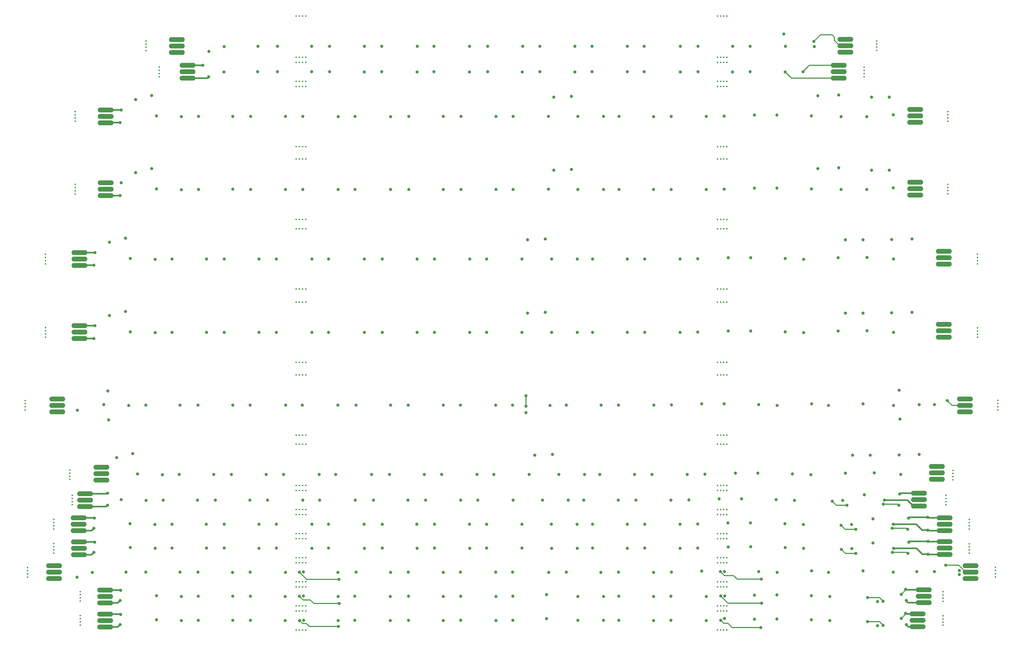
<source format=gbr>
G04 #@! TF.GenerationSoftware,KiCad,Pcbnew,(5.0.0-3-g5ebb6b6)*
G04 #@! TF.CreationDate,2019-02-22T00:56:02-08:00*
G04 #@! TF.ProjectId,Panel,50616E656C2E6B696361645F70636200,rev?*
G04 #@! TF.SameCoordinates,Original*
G04 #@! TF.FileFunction,Copper,L4,Bot,Signal*
G04 #@! TF.FilePolarity,Positive*
%FSLAX45Y45*%
G04 Gerber Fmt 4.5, Leading zero omitted, Abs format (unit mm)*
G04 Created by KiCad (PCBNEW (5.0.0-3-g5ebb6b6)) date Friday, February 22, 2019 at 12:56:02 AM*
%MOMM*%
%LPD*%
G01*
G04 APERTURE LIST*
G04 #@! TA.AperFunction,ComponentPad*
%ADD10C,0.500000*%
G04 #@! TD*
G04 #@! TA.AperFunction,ComponentPad*
%ADD11O,5.080000X1.524000*%
G04 #@! TD*
G04 #@! TA.AperFunction,ViaPad*
%ADD12C,1.000000*%
G04 #@! TD*
G04 #@! TA.AperFunction,Conductor*
%ADD13C,0.500000*%
G04 #@! TD*
G04 #@! TA.AperFunction,Conductor*
%ADD14C,0.300000*%
G04 #@! TD*
G04 APERTURE END LIST*
D10*
G04 #@! TO.P,REF\002A\002A,*
G04 #@! TO.N,*
X7995000Y-5490000D03*
X7995000Y-5390000D03*
X7995000Y-5190000D03*
X7995000Y-5290000D03*
G04 #@! TD*
G04 #@! TO.P,REF\002A\002A,*
G04 #@! TO.N,*
X32895000Y-18835000D03*
X32895000Y-18735000D03*
X32895000Y-18935000D03*
X32895000Y-19035000D03*
G04 #@! TD*
G04 #@! TO.P,REF\002A\002A,*
G04 #@! TO.N,*
X7585000Y-4460000D03*
X7585000Y-4360000D03*
X7585000Y-4560000D03*
X7585000Y-4660000D03*
G04 #@! TD*
G04 #@! TO.P,REF\002A\002A,*
G04 #@! TO.N,*
X5335000Y-6695000D03*
X5335000Y-6595000D03*
X5335000Y-6795000D03*
X5335000Y-6895000D03*
G04 #@! TD*
G04 #@! TO.P,REF\002A\002A,*
G04 #@! TO.N,*
X5335000Y-9000000D03*
X5335000Y-8900000D03*
X5335000Y-9100000D03*
X5335000Y-9200000D03*
G04 #@! TD*
G04 #@! TO.P,REF\002A\002A,*
G04 #@! TO.N,*
X4400000Y-11210000D03*
X4400000Y-11110000D03*
X4400000Y-11310000D03*
X4400000Y-11410000D03*
G04 #@! TD*
G04 #@! TO.P,REF\002A\002A,*
G04 #@! TO.N,*
X4400000Y-13530000D03*
X4400000Y-13430000D03*
X4400000Y-13630000D03*
X4400000Y-13730000D03*
G04 #@! TD*
G04 #@! TO.P,REF\002A\002A,*
G04 #@! TO.N,*
X3755000Y-15835000D03*
X3755000Y-15735000D03*
X3755000Y-15935000D03*
X3755000Y-16035000D03*
G04 #@! TD*
G04 #@! TO.P,REF\002A\002A,*
G04 #@! TO.N,*
X5165000Y-18030000D03*
X5165000Y-17930000D03*
X5165000Y-18130000D03*
X5165000Y-18230000D03*
G04 #@! TD*
G04 #@! TO.P,REF\002A\002A,*
G04 #@! TO.N,*
X5245000Y-18835000D03*
X5245000Y-18735000D03*
X5245000Y-18935000D03*
X5245000Y-19035000D03*
G04 #@! TD*
G04 #@! TO.P,REF\002A\002A,*
G04 #@! TO.N,*
X4665000Y-19600000D03*
X4665000Y-19500000D03*
X4665000Y-19700000D03*
X4665000Y-19800000D03*
G04 #@! TD*
G04 #@! TO.P,REF\002A\002A,*
G04 #@! TO.N,*
X4665000Y-20360000D03*
X4665000Y-20260000D03*
X4665000Y-20460000D03*
X4665000Y-20560000D03*
G04 #@! TD*
G04 #@! TO.P,REF\002A\002A,*
G04 #@! TO.N,*
X3830000Y-21125000D03*
X3830000Y-21025000D03*
X3830000Y-21225000D03*
X3830000Y-21325000D03*
G04 #@! TD*
G04 #@! TO.P,REF\002A\002A,*
G04 #@! TO.N,*
X5500000Y-21880000D03*
X5500000Y-21780000D03*
X5500000Y-21980000D03*
X5500000Y-22080000D03*
G04 #@! TD*
G04 #@! TO.P,REF\002A\002A,*
G04 #@! TO.N,*
X5500000Y-22640000D03*
X5500000Y-22540000D03*
X5500000Y-22740000D03*
X5500000Y-22840000D03*
G04 #@! TD*
G04 #@! TO.P,REF\002A\002A,*
G04 #@! TO.N,*
X32800000Y-22645000D03*
X32800000Y-22545000D03*
X32800000Y-22745000D03*
X32800000Y-22845000D03*
G04 #@! TD*
G04 #@! TO.P,REF\002A\002A,*
G04 #@! TO.N,*
X32800000Y-21885000D03*
X32800000Y-21785000D03*
X32800000Y-21985000D03*
X32800000Y-22085000D03*
G04 #@! TD*
G04 #@! TO.P,REF\002A\002A,*
G04 #@! TO.N,*
X34465000Y-21115000D03*
X34465000Y-21015000D03*
X34465000Y-21215000D03*
X34465000Y-21315000D03*
G04 #@! TD*
G04 #@! TO.P,REF\002A\002A,*
G04 #@! TO.N,*
X33635000Y-20365000D03*
X33635000Y-20265000D03*
X33635000Y-20465000D03*
X33635000Y-20565000D03*
G04 #@! TD*
G04 #@! TO.P,REF\002A\002A,*
G04 #@! TO.N,*
X33635000Y-19600000D03*
X33635000Y-19500000D03*
X33635000Y-19700000D03*
X33635000Y-19800000D03*
G04 #@! TD*
G04 #@! TO.P,REF\002A\002A,*
G04 #@! TO.N,*
X33120000Y-18045000D03*
X33120000Y-17945000D03*
X33120000Y-18145000D03*
X33120000Y-18245000D03*
G04 #@! TD*
G04 #@! TO.P,REF\002A\002A,*
G04 #@! TO.N,*
X34540000Y-15830000D03*
X34540000Y-15730000D03*
X34540000Y-15930000D03*
X34540000Y-16030000D03*
G04 #@! TD*
G04 #@! TO.P,REF\002A\002A,*
G04 #@! TO.N,*
X33900000Y-13535000D03*
X33900000Y-13435000D03*
X33900000Y-13635000D03*
X33900000Y-13735000D03*
G04 #@! TD*
G04 #@! TO.P,REF\002A\002A,*
G04 #@! TO.N,*
X33900000Y-11210000D03*
X33900000Y-11110000D03*
X33900000Y-11310000D03*
X33900000Y-11410000D03*
G04 #@! TD*
G04 #@! TO.P,REF\002A\002A,*
G04 #@! TO.N,*
X32960000Y-8995000D03*
X32960000Y-8895000D03*
X32960000Y-9095000D03*
X32960000Y-9195000D03*
G04 #@! TD*
G04 #@! TO.P,REF\002A\002A,*
G04 #@! TO.N,*
X32960000Y-6695000D03*
X32960000Y-6595000D03*
X32960000Y-6795000D03*
X32960000Y-6895000D03*
G04 #@! TD*
G04 #@! TO.P,REF\002A\002A,*
G04 #@! TO.N,*
X30305000Y-5290000D03*
X30305000Y-5190000D03*
X30305000Y-5390000D03*
X30305000Y-5490000D03*
G04 #@! TD*
G04 #@! TO.P,REF\002A\002A,*
G04 #@! TO.N,*
X30705000Y-4455000D03*
X30705000Y-4355000D03*
X30705000Y-4555000D03*
X30705000Y-4655000D03*
G04 #@! TD*
G04 #@! TO.P,REF\002A\002A,*
G04 #@! TO.N,*
X25865000Y-22990000D03*
X25965000Y-22990000D03*
X25765000Y-22990000D03*
X25665000Y-22990000D03*
G04 #@! TD*
G04 #@! TO.P,REF\002A\002A,*
G04 #@! TO.N,*
X12535000Y-22990000D03*
X12635000Y-22990000D03*
X12435000Y-22990000D03*
X12335000Y-22990000D03*
G04 #@! TD*
G04 #@! TO.P,REF\002A\002A,*
G04 #@! TO.N,*
X25865000Y-22390000D03*
X25965000Y-22390000D03*
X25765000Y-22390000D03*
X25665000Y-22390000D03*
G04 #@! TD*
G04 #@! TO.P,REF\002A\002A,*
G04 #@! TO.N,*
X12535000Y-22390000D03*
X12635000Y-22390000D03*
X12435000Y-22390000D03*
X12335000Y-22390000D03*
G04 #@! TD*
G04 #@! TO.P,REF\002A\002A,*
G04 #@! TO.N,*
X25865000Y-22230000D03*
X25965000Y-22230000D03*
X25765000Y-22230000D03*
X25665000Y-22230000D03*
G04 #@! TD*
G04 #@! TO.P,REF\002A\002A,*
G04 #@! TO.N,*
X12535000Y-22230000D03*
X12635000Y-22230000D03*
X12435000Y-22230000D03*
X12335000Y-22230000D03*
G04 #@! TD*
G04 #@! TO.P,REF\002A\002A,*
G04 #@! TO.N,*
X25865000Y-21630000D03*
X25965000Y-21630000D03*
X25765000Y-21630000D03*
X25665000Y-21630000D03*
G04 #@! TD*
G04 #@! TO.P,REF\002A\002A,*
G04 #@! TO.N,*
X12535000Y-21630000D03*
X12635000Y-21630000D03*
X12435000Y-21630000D03*
X12335000Y-21630000D03*
G04 #@! TD*
G04 #@! TO.P,REF\002A\002A,*
G04 #@! TO.N,*
X25865000Y-21470000D03*
X25965000Y-21470000D03*
X25765000Y-21470000D03*
X25665000Y-21470000D03*
G04 #@! TD*
G04 #@! TO.P,REF\002A\002A,*
G04 #@! TO.N,*
X12535000Y-21470000D03*
X12635000Y-21470000D03*
X12435000Y-21470000D03*
X12335000Y-21470000D03*
G04 #@! TD*
G04 #@! TO.P,REF\002A\002A,*
G04 #@! TO.N,*
X12535000Y-20865000D03*
X12635000Y-20865000D03*
X12435000Y-20865000D03*
X12335000Y-20865000D03*
G04 #@! TD*
G04 #@! TO.P,REF\002A\002A,*
G04 #@! TO.N,*
X25865000Y-20865000D03*
X25965000Y-20865000D03*
X25765000Y-20865000D03*
X25665000Y-20865000D03*
G04 #@! TD*
G04 #@! TO.P,REF\002A\002A,*
G04 #@! TO.N,*
X12535000Y-20710000D03*
X12635000Y-20710000D03*
X12435000Y-20710000D03*
X12335000Y-20710000D03*
G04 #@! TD*
G04 #@! TO.P,REF\002A\002A,*
G04 #@! TO.N,*
X25865000Y-20710000D03*
X25965000Y-20710000D03*
X25765000Y-20710000D03*
X25665000Y-20710000D03*
G04 #@! TD*
G04 #@! TO.P,REF\002A\002A,*
G04 #@! TO.N,*
X12535000Y-20110000D03*
X12635000Y-20110000D03*
X12435000Y-20110000D03*
X12335000Y-20110000D03*
G04 #@! TD*
G04 #@! TO.P,REF\002A\002A,*
G04 #@! TO.N,*
X25865000Y-20110000D03*
X25965000Y-20110000D03*
X25765000Y-20110000D03*
X25665000Y-20110000D03*
G04 #@! TD*
G04 #@! TO.P,REF\002A\002A,*
G04 #@! TO.N,*
X12535000Y-19945000D03*
X12635000Y-19945000D03*
X12435000Y-19945000D03*
X12335000Y-19945000D03*
G04 #@! TD*
G04 #@! TO.P,REF\002A\002A,*
G04 #@! TO.N,*
X25865000Y-19945000D03*
X25965000Y-19945000D03*
X25765000Y-19945000D03*
X25665000Y-19945000D03*
G04 #@! TD*
G04 #@! TO.P,REF\002A\002A,*
G04 #@! TO.N,*
X12535000Y-19345000D03*
X12635000Y-19345000D03*
X12435000Y-19345000D03*
X12335000Y-19345000D03*
G04 #@! TD*
G04 #@! TO.P,REF\002A\002A,*
G04 #@! TO.N,*
X25865000Y-19345000D03*
X25965000Y-19345000D03*
X25765000Y-19345000D03*
X25665000Y-19345000D03*
G04 #@! TD*
G04 #@! TO.P,REF\002A\002A,*
G04 #@! TO.N,*
X12535000Y-19185000D03*
X12635000Y-19185000D03*
X12435000Y-19185000D03*
X12335000Y-19185000D03*
G04 #@! TD*
G04 #@! TO.P,REF\002A\002A,*
G04 #@! TO.N,*
X25865000Y-19185000D03*
X25965000Y-19185000D03*
X25765000Y-19185000D03*
X25665000Y-19185000D03*
G04 #@! TD*
G04 #@! TO.P,REF\002A\002A,*
G04 #@! TO.N,*
X12535000Y-18585000D03*
X12635000Y-18585000D03*
X12435000Y-18585000D03*
X12335000Y-18585000D03*
G04 #@! TD*
G04 #@! TO.P,REF\002A\002A,*
G04 #@! TO.N,*
X25865000Y-18585000D03*
X25965000Y-18585000D03*
X25765000Y-18585000D03*
X25665000Y-18585000D03*
G04 #@! TD*
G04 #@! TO.P,REF\002A\002A,*
G04 #@! TO.N,*
X12535000Y-18425000D03*
X12635000Y-18425000D03*
X12435000Y-18425000D03*
X12335000Y-18425000D03*
G04 #@! TD*
G04 #@! TO.P,REF\002A\002A,*
G04 #@! TO.N,*
X25865000Y-18425000D03*
X25965000Y-18425000D03*
X25765000Y-18425000D03*
X25665000Y-18425000D03*
G04 #@! TD*
G04 #@! TO.P,REF\002A\002A,*
G04 #@! TO.N,*
X12535000Y-17120000D03*
X12635000Y-17120000D03*
X12435000Y-17120000D03*
X12335000Y-17120000D03*
G04 #@! TD*
G04 #@! TO.P,REF\002A\002A,*
G04 #@! TO.N,*
X25865000Y-17120000D03*
X25965000Y-17120000D03*
X25765000Y-17120000D03*
X25665000Y-17120000D03*
G04 #@! TD*
G04 #@! TO.P,REF\002A\002A,*
G04 #@! TO.N,*
X12535000Y-16830000D03*
X12635000Y-16830000D03*
X12435000Y-16830000D03*
X12335000Y-16830000D03*
G04 #@! TD*
G04 #@! TO.P,REF\002A\002A,*
G04 #@! TO.N,*
X25865000Y-16830000D03*
X25965000Y-16830000D03*
X25765000Y-16830000D03*
X25665000Y-16830000D03*
G04 #@! TD*
G04 #@! TO.P,REF\002A\002A,*
G04 #@! TO.N,*
X25865000Y-14925000D03*
X25965000Y-14925000D03*
X25765000Y-14925000D03*
X25665000Y-14925000D03*
G04 #@! TD*
G04 #@! TO.P,REF\002A\002A,*
G04 #@! TO.N,*
X12535000Y-14925000D03*
X12635000Y-14925000D03*
X12435000Y-14925000D03*
X12335000Y-14925000D03*
G04 #@! TD*
G04 #@! TO.P,REF\002A\002A,*
G04 #@! TO.N,*
X12535000Y-14530000D03*
X12635000Y-14530000D03*
X12435000Y-14530000D03*
X12335000Y-14530000D03*
G04 #@! TD*
G04 #@! TO.P,REF\002A\002A,*
G04 #@! TO.N,*
X25865000Y-14530000D03*
X25965000Y-14530000D03*
X25765000Y-14530000D03*
X25665000Y-14530000D03*
G04 #@! TD*
G04 #@! TO.P,REF\002A\002A,*
G04 #@! TO.N,*
X12535000Y-12625000D03*
X12635000Y-12625000D03*
X12435000Y-12625000D03*
X12335000Y-12625000D03*
G04 #@! TD*
G04 #@! TO.P,REF\002A\002A,*
G04 #@! TO.N,*
X25865000Y-12625000D03*
X25965000Y-12625000D03*
X25765000Y-12625000D03*
X25665000Y-12625000D03*
G04 #@! TD*
G04 #@! TO.P,REF\002A\002A,*
G04 #@! TO.N,*
X12535000Y-12205000D03*
X12635000Y-12205000D03*
X12435000Y-12205000D03*
X12335000Y-12205000D03*
G04 #@! TD*
G04 #@! TO.P,REF\002A\002A,*
G04 #@! TO.N,*
X25865000Y-12205000D03*
X25965000Y-12205000D03*
X25765000Y-12205000D03*
X25665000Y-12205000D03*
G04 #@! TD*
G04 #@! TO.P,REF\002A\002A,*
G04 #@! TO.N,*
X12535000Y-10300000D03*
X12635000Y-10300000D03*
X12435000Y-10300000D03*
X12335000Y-10300000D03*
G04 #@! TD*
G04 #@! TO.P,REF\002A\002A,*
G04 #@! TO.N,*
X25865000Y-10300000D03*
X25965000Y-10300000D03*
X25765000Y-10300000D03*
X25665000Y-10300000D03*
G04 #@! TD*
G04 #@! TO.P,REF\002A\002A,*
G04 #@! TO.N,*
X12535000Y-10005000D03*
X12635000Y-10005000D03*
X12435000Y-10005000D03*
X12335000Y-10005000D03*
G04 #@! TD*
G04 #@! TO.P,REF\002A\002A,*
G04 #@! TO.N,*
X25865000Y-10005000D03*
X25965000Y-10005000D03*
X25765000Y-10005000D03*
X25665000Y-10005000D03*
G04 #@! TD*
G04 #@! TO.P,REF\002A\002A,*
G04 #@! TO.N,*
X12535000Y-8095000D03*
X12635000Y-8095000D03*
X12435000Y-8095000D03*
X12335000Y-8095000D03*
G04 #@! TD*
G04 #@! TO.P,REF\002A\002A,*
G04 #@! TO.N,*
X25865000Y-8095000D03*
X25965000Y-8095000D03*
X25765000Y-8095000D03*
X25665000Y-8095000D03*
G04 #@! TD*
G04 #@! TO.P,REF\002A\002A,*
G04 #@! TO.N,*
X12535000Y-7700000D03*
X12635000Y-7700000D03*
X12435000Y-7700000D03*
X12335000Y-7700000D03*
G04 #@! TD*
G04 #@! TO.P,REF\002A\002A,*
G04 #@! TO.N,*
X25865000Y-7700000D03*
X25965000Y-7700000D03*
X25765000Y-7700000D03*
X25665000Y-7700000D03*
G04 #@! TD*
G04 #@! TO.P,REF\002A\002A,*
G04 #@! TO.N,*
X12535000Y-5795000D03*
X12635000Y-5795000D03*
X12435000Y-5795000D03*
X12335000Y-5795000D03*
G04 #@! TD*
G04 #@! TO.P,REF\002A\002A,*
G04 #@! TO.N,*
X25865000Y-5795000D03*
X25965000Y-5795000D03*
X25765000Y-5795000D03*
X25665000Y-5795000D03*
G04 #@! TD*
G04 #@! TO.P,REF\002A\002A,*
G04 #@! TO.N,*
X12535000Y-5640000D03*
X12635000Y-5640000D03*
X12435000Y-5640000D03*
X12335000Y-5640000D03*
G04 #@! TD*
G04 #@! TO.P,REF\002A\002A,*
G04 #@! TO.N,*
X25865000Y-5640000D03*
X25965000Y-5640000D03*
X25765000Y-5640000D03*
X25665000Y-5640000D03*
G04 #@! TD*
G04 #@! TO.P,REF\002A\002A,*
G04 #@! TO.N,*
X12535000Y-5035000D03*
X12635000Y-5035000D03*
X12435000Y-5035000D03*
X12335000Y-5035000D03*
G04 #@! TD*
G04 #@! TO.P,REF\002A\002A,*
G04 #@! TO.N,*
X25865000Y-5035000D03*
X25965000Y-5035000D03*
X25765000Y-5035000D03*
X25665000Y-5035000D03*
G04 #@! TD*
G04 #@! TO.P,REF\002A\002A,*
G04 #@! TO.N,*
X12535000Y-4875000D03*
X12635000Y-4875000D03*
X12435000Y-4875000D03*
X12335000Y-4875000D03*
G04 #@! TD*
G04 #@! TO.P,REF\002A\002A,*
G04 #@! TO.N,*
X25865000Y-4875000D03*
X25965000Y-4875000D03*
X25765000Y-4875000D03*
X25665000Y-4875000D03*
G04 #@! TD*
G04 #@! TO.P,REF\002A\002A,*
G04 #@! TO.N,*
X25865000Y-3570000D03*
X25965000Y-3570000D03*
X25765000Y-3570000D03*
X25665000Y-3570000D03*
G04 #@! TD*
G04 #@! TO.P,REF\002A\002A,*
G04 #@! TO.N,*
X12535000Y-3570000D03*
X12635000Y-3570000D03*
X12435000Y-3570000D03*
X12335000Y-3570000D03*
G04 #@! TD*
D11*
G04 #@! TO.P,J1,3*
G04 #@! TO.N,GND*
X4669200Y-21370100D03*
G04 #@! TO.P,J1,2*
G04 #@! TO.N,Net-(D1-Pad4)*
X4669200Y-21166900D03*
G04 #@! TO.P,J1,1*
G04 #@! TO.N,+5V*
X4669200Y-20963700D03*
G04 #@! TD*
G04 #@! TO.P,J2,3*
G04 #@! TO.N,GND*
X33676000Y-21370100D03*
G04 #@! TO.P,J2,2*
G04 #@! TO.N,Net-(D17-Pad3)*
X33676000Y-21166900D03*
G04 #@! TO.P,J2,1*
G04 #@! TO.N,+5V*
X33676000Y-20963700D03*
G04 #@! TD*
G04 #@! TO.P,J2,1*
G04 #@! TO.N,+5V*
X31924844Y-8832348D03*
G04 #@! TO.P,J2,2*
G04 #@! TO.N,Net-(D15-Pad3)*
X31924844Y-9035548D03*
G04 #@! TO.P,J2,3*
G04 #@! TO.N,GND*
X31924844Y-9238748D03*
G04 #@! TD*
G04 #@! TO.P,J1,1*
G04 #@! TO.N,+5V*
X6307420Y-8847588D03*
G04 #@! TO.P,J1,2*
G04 #@! TO.N,Net-(D1-Pad4)*
X6307420Y-9050788D03*
G04 #@! TO.P,J1,3*
G04 #@! TO.N,GND*
X6307420Y-9253988D03*
G04 #@! TD*
G04 #@! TO.P,J2,1*
G04 #@! TO.N,+5V*
X32829350Y-13327250D03*
G04 #@! TO.P,J2,2*
G04 #@! TO.N,Net-(D16-Pad3)*
X32829350Y-13530450D03*
G04 #@! TO.P,J2,3*
G04 #@! TO.N,GND*
X32829350Y-13733650D03*
G04 #@! TD*
G04 #@! TO.P,J1,1*
G04 #@! TO.N,+5V*
X5474820Y-13370176D03*
G04 #@! TO.P,J1,2*
G04 #@! TO.N,Net-(D1-Pad4)*
X5474820Y-13573376D03*
G04 #@! TO.P,J1,3*
G04 #@! TO.N,GND*
X5474820Y-13776576D03*
G04 #@! TD*
G04 #@! TO.P,J2,1*
G04 #@! TO.N,+5V*
X32858814Y-20203088D03*
G04 #@! TO.P,J2,2*
G04 #@! TO.N,Net-(D16-Pad3)*
X32858814Y-20406288D03*
G04 #@! TO.P,J2,3*
G04 #@! TO.N,GND*
X32858814Y-20609488D03*
G04 #@! TD*
G04 #@! TO.P,J1,1*
G04 #@! TO.N,+5V*
X5453992Y-20207152D03*
G04 #@! TO.P,J1,2*
G04 #@! TO.N,Net-(D1-Pad4)*
X5453992Y-20410352D03*
G04 #@! TO.P,J1,3*
G04 #@! TO.N,GND*
X5453992Y-20613552D03*
G04 #@! TD*
G04 #@! TO.P,J2,1*
G04 #@! TO.N,+5V*
X31998206Y-22486154D03*
G04 #@! TO.P,J2,2*
G04 #@! TO.N,Net-(D15-Pad3)*
X31998206Y-22689354D03*
G04 #@! TO.P,J2,3*
G04 #@! TO.N,GND*
X31998206Y-22892554D03*
G04 #@! TD*
G04 #@! TO.P,J1,1*
G04 #@! TO.N,+5V*
X6282992Y-22493012D03*
G04 #@! TO.P,J1,2*
G04 #@! TO.N,Net-(D1-Pad4)*
X6282992Y-22696212D03*
G04 #@! TO.P,J1,3*
G04 #@! TO.N,GND*
X6282992Y-22899412D03*
G04 #@! TD*
G04 #@! TO.P,J2,3*
G04 #@! TO.N,GND*
X31924744Y-6931648D03*
G04 #@! TO.P,J2,2*
G04 #@! TO.N,Net-(D15-Pad3)*
X31924744Y-6728448D03*
G04 #@! TO.P,J2,1*
G04 #@! TO.N,+5V*
X31924744Y-6525248D03*
G04 #@! TD*
G04 #@! TO.P,J1,3*
G04 #@! TO.N,GND*
X6282992Y-22137512D03*
G04 #@! TO.P,J1,2*
G04 #@! TO.N,Net-(D1-Pad4)*
X6282992Y-21934312D03*
G04 #@! TO.P,J1,1*
G04 #@! TO.N,+5V*
X6282992Y-21731112D03*
G04 #@! TD*
G04 #@! TO.P,J2,3*
G04 #@! TO.N,GND*
X32198206Y-22130654D03*
G04 #@! TO.P,J2,2*
G04 #@! TO.N,Net-(D15-Pad3)*
X32198206Y-21927454D03*
G04 #@! TO.P,J2,1*
G04 #@! TO.N,+5V*
X32198206Y-21724254D03*
G04 #@! TD*
G04 #@! TO.P,J1,3*
G04 #@! TO.N,GND*
X5474820Y-11458876D03*
G04 #@! TO.P,J1,2*
G04 #@! TO.N,Net-(D1-Pad4)*
X5474820Y-11255676D03*
G04 #@! TO.P,J1,1*
G04 #@! TO.N,+5V*
X5474820Y-11052476D03*
G04 #@! TD*
G04 #@! TO.P,J2,3*
G04 #@! TO.N,GND*
X32829350Y-11415950D03*
G04 #@! TO.P,J2,2*
G04 #@! TO.N,Net-(D16-Pad3)*
X32829350Y-11212750D03*
G04 #@! TO.P,J2,1*
G04 #@! TO.N,+5V*
X32829350Y-11009550D03*
G04 #@! TD*
G04 #@! TO.P,J1,3*
G04 #@! TO.N,GND*
X5450492Y-19855052D03*
G04 #@! TO.P,J1,2*
G04 #@! TO.N,Net-(D1-Pad4)*
X5450492Y-19651852D03*
G04 #@! TO.P,J1,1*
G04 #@! TO.N,+5V*
X5450492Y-19448652D03*
G04 #@! TD*
G04 #@! TO.P,J2,3*
G04 #@! TO.N,GND*
X32855314Y-19850988D03*
G04 #@! TO.P,J2,2*
G04 #@! TO.N,Net-(D16-Pad3)*
X32855314Y-19647788D03*
G04 #@! TO.P,J2,1*
G04 #@! TO.N,+5V*
X32855314Y-19444588D03*
G04 #@! TD*
G04 #@! TO.P,J1,3*
G04 #@! TO.N,GND*
X4774400Y-16092700D03*
G04 #@! TO.P,J1,2*
G04 #@! TO.N,Net-(D1-Pad4)*
X4774400Y-15889500D03*
G04 #@! TO.P,J1,1*
G04 #@! TO.N,+5V*
X4774400Y-15686300D03*
G04 #@! TD*
G04 #@! TO.P,J2,3*
G04 #@! TO.N,GND*
X33501800Y-16092700D03*
G04 #@! TO.P,J2,2*
G04 #@! TO.N,Net-(D17-Pad3)*
X33501800Y-15889500D03*
G04 #@! TO.P,J2,1*
G04 #@! TO.N,+5V*
X33501800Y-15686300D03*
G04 #@! TD*
G04 #@! TO.P,J1,3*
G04 #@! TO.N,GND*
X6166600Y-18253200D03*
G04 #@! TO.P,J1,2*
G04 #@! TO.N,Net-(D1-Pad4)*
X6166600Y-18050000D03*
G04 #@! TO.P,J1,1*
G04 #@! TO.N,+5V*
X6166600Y-17846800D03*
G04 #@! TD*
G04 #@! TO.P,J2,3*
G04 #@! TO.N,GND*
X32608000Y-18227800D03*
G04 #@! TO.P,J2,2*
G04 #@! TO.N,Net-(D16-Pad3)*
X32608000Y-18024600D03*
G04 #@! TO.P,J2,1*
G04 #@! TO.N,+5V*
X32608000Y-17821400D03*
G04 #@! TD*
G04 #@! TO.P,J1,3*
G04 #@! TO.N,GND*
X5651854Y-19088678D03*
G04 #@! TO.P,J1,2*
G04 #@! TO.N,Net-(D1-Pad4)*
X5651854Y-18885478D03*
G04 #@! TO.P,J1,1*
G04 #@! TO.N,+5V*
X5651854Y-18682278D03*
G04 #@! TD*
G04 #@! TO.P,J2,3*
G04 #@! TO.N,GND*
X32042200Y-19074200D03*
G04 #@! TO.P,J2,2*
G04 #@! TO.N,Net-(D16-Pad3)*
X32042200Y-18871000D03*
G04 #@! TO.P,J2,1*
G04 #@! TO.N,+5V*
X32042200Y-18667800D03*
G04 #@! TD*
G04 #@! TO.P,J2,3*
G04 #@! TO.N,GND*
X29506040Y-5538240D03*
G04 #@! TO.P,J2,2*
G04 #@! TO.N,Net-(D12-Pad3)*
X29506040Y-5335040D03*
G04 #@! TO.P,J2,1*
G04 #@! TO.N,+5V*
X29506040Y-5131840D03*
G04 #@! TD*
G04 #@! TO.P,J1,3*
G04 #@! TO.N,GND*
X8891400Y-5535440D03*
G04 #@! TO.P,J1,2*
G04 #@! TO.N,Net-(D1-Pad4)*
X8891400Y-5332240D03*
G04 #@! TO.P,J1,1*
G04 #@! TO.N,+5V*
X8891400Y-5129040D03*
G04 #@! TD*
G04 #@! TO.P,J1,3*
G04 #@! TO.N,GND*
X6307320Y-6946888D03*
G04 #@! TO.P,J1,2*
G04 #@! TO.N,Net-(D1-Pad4)*
X6307320Y-6743688D03*
G04 #@! TO.P,J1,1*
G04 #@! TO.N,+5V*
X6307320Y-6540488D03*
G04 #@! TD*
G04 #@! TO.P,J2,3*
G04 #@! TO.N,GND*
X29710260Y-4712362D03*
G04 #@! TO.P,J2,2*
G04 #@! TO.N,Net-(D12-Pad3)*
X29710260Y-4509162D03*
G04 #@! TO.P,J2,1*
G04 #@! TO.N,+5V*
X29710260Y-4305962D03*
G04 #@! TD*
G04 #@! TO.P,J1,3*
G04 #@! TO.N,GND*
X8559360Y-4719862D03*
G04 #@! TO.P,J1,2*
G04 #@! TO.N,Net-(D1-Pad4)*
X8559360Y-4516662D03*
G04 #@! TO.P,J1,1*
G04 #@! TO.N,+5V*
X8559360Y-4313462D03*
G04 #@! TD*
D12*
G04 #@! TO.N,+5V*
X10050660Y-4534562D03*
X11739760Y-4528212D03*
X13390760Y-4528212D03*
X16692760Y-4528212D03*
X15041760Y-4528212D03*
X18394560Y-4528212D03*
X20045560Y-4528212D03*
X23347560Y-4528212D03*
X21696560Y-4528212D03*
X26700360Y-4528212D03*
X25049360Y-4528212D03*
X28732360Y-4534562D03*
X10047100Y-5342400D03*
X13387200Y-5336050D03*
X16689200Y-5336050D03*
X15038200Y-5336050D03*
X18391000Y-5336050D03*
X20042000Y-5336050D03*
X23344000Y-5336050D03*
X21693000Y-5336050D03*
X26696800Y-5336050D03*
X25045800Y-5336050D03*
X28373201Y-5329700D03*
X9374000Y-5129300D03*
X10889480Y-6747244D03*
X14191480Y-6747244D03*
X12540480Y-6747244D03*
X15893280Y-6747244D03*
X17544280Y-6747244D03*
X19195280Y-6747244D03*
X24199080Y-6747244D03*
X22548080Y-6747244D03*
X25875481Y-6740894D03*
X27546800Y-6705334D03*
X9238480Y-6747244D03*
X7912600Y-6730734D03*
X21044654Y-6112752D03*
X21247854Y-6747752D03*
X7760454Y-6087352D03*
X31230054Y-6696951D03*
X31103054Y-6138152D03*
X6796016Y-6540488D03*
X29578800Y-6750800D03*
X29502600Y-6065000D03*
X10885980Y-21930756D03*
X14187980Y-21930756D03*
X15889780Y-21930756D03*
X17540780Y-21930756D03*
X19191780Y-21930756D03*
X24195580Y-21930756D03*
X22544580Y-21930756D03*
X29219700Y-21939646D03*
X27543300Y-21888846D03*
X9234980Y-21930756D03*
X7909100Y-21914246D03*
X21244354Y-21931264D03*
X6781594Y-21736700D03*
X31618775Y-21709796D03*
X31479144Y-21869936D03*
X10056980Y-11259232D03*
X13358980Y-11259232D03*
X11707980Y-11259232D03*
X15060780Y-11259232D03*
X16711780Y-11259232D03*
X18362780Y-11259232D03*
X23366580Y-11259232D03*
X21715580Y-11259232D03*
X25042981Y-11252882D03*
X28390700Y-11268122D03*
X26714300Y-11217322D03*
X8405980Y-11259232D03*
X7080100Y-11242722D03*
X31819954Y-10624740D03*
X20212154Y-10624740D03*
X20415354Y-11259740D03*
X6927954Y-10599340D03*
X30397554Y-11208939D03*
X30270554Y-10650140D03*
X5963516Y-11052476D03*
X10053480Y-19648296D03*
X13355480Y-19648296D03*
X11704480Y-19648296D03*
X15057280Y-19648296D03*
X16708280Y-19648296D03*
X18359280Y-19648296D03*
X23363080Y-19648296D03*
X21712080Y-19648296D03*
X25039481Y-19641946D03*
X28387200Y-19657186D03*
X26710800Y-19606386D03*
X8402480Y-19648296D03*
X7076600Y-19631786D03*
X20411854Y-19648804D03*
X31714854Y-19455256D03*
X32324454Y-19429856D03*
X5949094Y-19454240D03*
X30584300Y-19482216D03*
X9224480Y-15880610D03*
X12526480Y-15880610D03*
X10875480Y-15880610D03*
X14228280Y-15880610D03*
X15879280Y-15880610D03*
X19181280Y-15880610D03*
X17530280Y-15880610D03*
X22534080Y-15880610D03*
X20883080Y-15880610D03*
X24210481Y-15874260D03*
X32536600Y-15864100D03*
X27558200Y-15889500D03*
X29183800Y-15889500D03*
X25881800Y-15838700D03*
X31419000Y-15406900D03*
X31241200Y-15889500D03*
X7573480Y-15880610D03*
X6247600Y-15864100D03*
X6374600Y-15432300D03*
X10286226Y-18074892D03*
X13588226Y-18074892D03*
X11937226Y-18074892D03*
X15290026Y-18074892D03*
X16941026Y-18074892D03*
X18592026Y-18074892D03*
X23595826Y-18074892D03*
X21944826Y-18074892D03*
X25272227Y-18068542D03*
X28619946Y-18083782D03*
X26943546Y-18032982D03*
X8635226Y-18074892D03*
X7309346Y-18058382D03*
X32049200Y-17440400D03*
X20441400Y-17440400D03*
X20644600Y-18075400D03*
X7157200Y-17415000D03*
X30626800Y-18024599D03*
X30499800Y-17465800D03*
X9771226Y-18886240D03*
X13073226Y-18886240D03*
X11422226Y-18886240D03*
X14775026Y-18886240D03*
X16426026Y-18886240D03*
X18077026Y-18886240D03*
X23080826Y-18886240D03*
X21429826Y-18886240D03*
X24757227Y-18879890D03*
X28104946Y-18895130D03*
X26428546Y-18844330D03*
X8120226Y-18886240D03*
X6794346Y-18869730D03*
X20129600Y-18886748D03*
X6362800Y-18667800D03*
X30315000Y-18720206D03*
X31432600Y-18693200D03*
X10889580Y-9054344D03*
X14191580Y-9054344D03*
X12540580Y-9054344D03*
X15893380Y-9054344D03*
X17544380Y-9054344D03*
X19195380Y-9054344D03*
X24199180Y-9054344D03*
X22548180Y-9054344D03*
X25875581Y-9047994D03*
X27546900Y-9012434D03*
X9238580Y-9054344D03*
X7912700Y-9037834D03*
X21044754Y-8419852D03*
X21247954Y-9054852D03*
X7760554Y-8394452D03*
X31230154Y-9004051D03*
X31103154Y-8445252D03*
X6796116Y-8847588D03*
X29578900Y-9057900D03*
X29502700Y-8372100D03*
X8405980Y-13576932D03*
X7080100Y-13560422D03*
X31819954Y-12942440D03*
X20212154Y-12942440D03*
X20415354Y-13577440D03*
X6927954Y-12917040D03*
X30397554Y-13526639D03*
X30270554Y-12967840D03*
X5963516Y-13370176D03*
X10056980Y-13576932D03*
X13358980Y-13576932D03*
X11707980Y-13576932D03*
X15060780Y-13576932D03*
X16711780Y-13576932D03*
X18362780Y-13576932D03*
X23366580Y-13576932D03*
X21715580Y-13576932D03*
X25042981Y-13570582D03*
X28390700Y-13585822D03*
X26714300Y-13535022D03*
X10056980Y-20406796D03*
X13358980Y-20406796D03*
X11707980Y-20406796D03*
X15060780Y-20406796D03*
X16711780Y-20406796D03*
X18362780Y-20406796D03*
X23366580Y-20406796D03*
X21715580Y-20406796D03*
X25042981Y-20400446D03*
X28390700Y-20415686D03*
X26714300Y-20364886D03*
X8405980Y-20406796D03*
X7080100Y-20390286D03*
X20415354Y-20407304D03*
X31718354Y-20213756D03*
X32327954Y-20188356D03*
X5952594Y-20212740D03*
X30587800Y-20240716D03*
X10885980Y-22692656D03*
X14187980Y-22692656D03*
X15889780Y-22692656D03*
X17540780Y-22692656D03*
X19191780Y-22692656D03*
X24195580Y-22692656D03*
X22544580Y-22692656D03*
X29219700Y-22701546D03*
X27543300Y-22650746D03*
X9234980Y-22692656D03*
X7909100Y-22676146D03*
X21244354Y-22693164D03*
X6781594Y-22498600D03*
X31618775Y-22471696D03*
X31479144Y-22631836D03*
X33320400Y-21243100D03*
X31228202Y-21167662D03*
X29180200Y-21177568D03*
X27554600Y-21177568D03*
X32533000Y-21152168D03*
X24206881Y-21162328D03*
X20879480Y-21168678D03*
X22530480Y-21168678D03*
X17526680Y-21168678D03*
X19177680Y-21168678D03*
X15875680Y-21168678D03*
X14224680Y-21168678D03*
X10871880Y-21168678D03*
X9220880Y-21168678D03*
X7569880Y-21168678D03*
X5880780Y-21175028D03*
X25894134Y-21917491D03*
X25883640Y-21146760D03*
X25883500Y-22632800D03*
X11736801Y-5336050D03*
X12559176Y-21157072D03*
X12559196Y-21922685D03*
X12565486Y-22685920D03*
G04 #@! TO.N,GND*
X9570834Y-4687196D03*
X11120254Y-4527196D03*
X12826880Y-4526942D03*
X14490580Y-4529482D03*
X16164440Y-4532022D03*
X17820520Y-4532022D03*
X21158080Y-4529482D03*
X22814160Y-4526942D03*
X24490560Y-4529482D03*
X26146640Y-4532022D03*
X27815420Y-4529482D03*
X19503304Y-4527196D03*
X27767160Y-4140862D03*
X9567274Y-5495034D03*
X11116694Y-5335034D03*
X12823320Y-5334780D03*
X14487020Y-5337320D03*
X16160880Y-5339860D03*
X17816960Y-5339860D03*
X19485740Y-5337320D03*
X21154520Y-5337320D03*
X22810600Y-5334780D03*
X24487000Y-5337320D03*
X26143080Y-5339860D03*
X27811860Y-5337320D03*
X11989300Y-6748514D03*
X13663160Y-6751054D03*
X15319240Y-6751054D03*
X16988020Y-6748514D03*
X18656800Y-6748514D03*
X20312880Y-6745974D03*
X23645360Y-6751054D03*
X25314140Y-6748514D03*
X26835600Y-6707874D03*
X28639000Y-6730734D03*
X10325600Y-6745974D03*
X8700000Y-6756134D03*
X20485854Y-6138152D03*
X22060654Y-6747752D03*
X7252454Y-6214352D03*
X30544254Y-6138152D03*
X6762996Y-6943332D03*
X28842200Y-6090400D03*
X30391600Y-6750800D03*
X11985800Y-21932026D03*
X13659660Y-21934566D03*
X15315740Y-21934566D03*
X16984520Y-21932026D03*
X18653300Y-21932026D03*
X23641860Y-21934566D03*
X25310640Y-21932026D03*
X26832100Y-21891386D03*
X28635500Y-21914246D03*
X10322100Y-21929486D03*
X8696500Y-21939646D03*
X22057154Y-21931264D03*
X6761274Y-22061820D03*
X20253960Y-21874066D03*
X31645908Y-22063344D03*
X30732016Y-22092554D03*
X11156800Y-11260502D03*
X12830660Y-11263042D03*
X14486740Y-11263042D03*
X16155520Y-11260502D03*
X17824300Y-11260502D03*
X19480380Y-11257962D03*
X22812860Y-11263042D03*
X24481640Y-11260502D03*
X26003100Y-11219862D03*
X27806500Y-11242722D03*
X29482900Y-11217322D03*
X9493100Y-11257962D03*
X7867500Y-11268122D03*
X31182668Y-10641758D03*
X19653354Y-10650140D03*
X21228154Y-11259740D03*
X6419954Y-10726340D03*
X29711754Y-10650140D03*
X31235754Y-11259740D03*
X5930496Y-11455320D03*
X11153300Y-19649566D03*
X12827160Y-19652106D03*
X14483240Y-19652106D03*
X16152020Y-19649566D03*
X17820800Y-19649566D03*
X19476880Y-19647026D03*
X22809360Y-19652106D03*
X24478140Y-19649566D03*
X25999600Y-19608926D03*
X27803000Y-19631786D03*
X9489600Y-19647026D03*
X7864000Y-19657186D03*
X21224654Y-19648804D03*
X31232254Y-19648804D03*
X29911454Y-19658456D03*
X32324454Y-19836256D03*
X5928774Y-19779360D03*
X5404554Y-16039594D03*
X10324300Y-15881880D03*
X11998160Y-15884420D03*
X13654240Y-15884420D03*
X15323020Y-15881880D03*
X16991800Y-15881880D03*
X18647880Y-15879340D03*
X21980360Y-15884420D03*
X23649140Y-15881880D03*
X25170600Y-15841240D03*
X26974000Y-15864100D03*
X28650400Y-15838700D03*
X30276000Y-15838700D03*
X19608000Y-16118100D03*
X20370000Y-15889500D03*
X31444400Y-16321300D03*
X32054000Y-15864100D03*
X8660600Y-15879340D03*
X6400000Y-16346700D03*
X7035000Y-15889500D03*
X11386046Y-18076162D03*
X13059906Y-18078702D03*
X14715986Y-18078702D03*
X16384766Y-18076162D03*
X18053546Y-18076162D03*
X19709626Y-18073622D03*
X23042106Y-18078702D03*
X24710886Y-18076162D03*
X26232346Y-18035522D03*
X28035746Y-18058382D03*
X29712146Y-18032982D03*
X9722346Y-18073622D03*
X8096746Y-18083782D03*
X31411914Y-17457418D03*
X19882600Y-17465800D03*
X21457400Y-18075400D03*
X6649200Y-17542000D03*
X29941000Y-17465800D03*
X31465000Y-18075400D03*
X10871046Y-18887510D03*
X12544906Y-18890050D03*
X14200986Y-18890050D03*
X15869766Y-18887510D03*
X17538546Y-18887510D03*
X19194626Y-18884970D03*
X22527106Y-18890050D03*
X24195886Y-18887510D03*
X25717346Y-18846870D03*
X27520746Y-18869730D03*
X9207346Y-18884970D03*
X7581746Y-18895130D03*
X20942400Y-18886748D03*
X30950000Y-18886748D03*
X6362800Y-19048800D03*
X29629200Y-18896400D03*
X11989400Y-9055614D03*
X13663260Y-9058154D03*
X15319340Y-9058154D03*
X16988120Y-9055614D03*
X18656900Y-9055614D03*
X20312980Y-9053074D03*
X23645460Y-9058154D03*
X25314240Y-9055614D03*
X26835700Y-9014974D03*
X28639100Y-9037834D03*
X10325700Y-9053074D03*
X8700100Y-9063234D03*
X20485954Y-8445252D03*
X22060754Y-9054852D03*
X7252554Y-8521452D03*
X30544354Y-8445252D03*
X6763096Y-9250432D03*
X28842300Y-8397500D03*
X30391700Y-9057900D03*
X11156800Y-13578202D03*
X12830660Y-13580742D03*
X14486740Y-13580742D03*
X16155520Y-13578202D03*
X17824300Y-13578202D03*
X19480380Y-13575662D03*
X22812860Y-13580742D03*
X24481640Y-13578202D03*
X26003100Y-13537562D03*
X27806500Y-13560422D03*
X29482900Y-13535022D03*
X9493100Y-13575662D03*
X7867500Y-13585822D03*
X31182668Y-12959458D03*
X19653354Y-12967840D03*
X21228154Y-13577440D03*
X6419954Y-13044040D03*
X29711754Y-12967840D03*
X31235754Y-13577440D03*
X5930496Y-13773020D03*
X11156800Y-20408066D03*
X12830660Y-20410606D03*
X14486740Y-20410606D03*
X16155520Y-20408066D03*
X17824300Y-20408066D03*
X19480380Y-20405526D03*
X22812860Y-20410606D03*
X24481640Y-20408066D03*
X26003100Y-20367426D03*
X27806500Y-20390286D03*
X9493100Y-20405526D03*
X7867500Y-20415686D03*
X21228154Y-20407304D03*
X31235754Y-20407304D03*
X29914954Y-20416956D03*
X32327954Y-20594756D03*
X5932274Y-20537860D03*
X11985800Y-22693926D03*
X13659660Y-22696466D03*
X15315740Y-22696466D03*
X16984520Y-22693926D03*
X18653300Y-22693926D03*
X23641860Y-22696466D03*
X25310640Y-22693926D03*
X26832100Y-22653286D03*
X28635500Y-22676146D03*
X10322100Y-22691386D03*
X8696500Y-22701546D03*
X22057154Y-22693164D03*
X6761274Y-22823720D03*
X20253960Y-22635966D03*
X31645908Y-22825244D03*
X30732016Y-22854454D03*
X33320400Y-21116100D03*
X31974200Y-21152168D03*
X30272400Y-21126768D03*
X28646800Y-21126768D03*
X26970400Y-21152168D03*
X25167000Y-21129308D03*
X23645540Y-21169948D03*
X21976760Y-21172488D03*
X20320680Y-21169948D03*
X18644280Y-21167408D03*
X16988200Y-21169948D03*
X15319420Y-21169948D03*
X13650640Y-21172488D03*
X11994560Y-21172488D03*
X10320700Y-21169948D03*
X8657000Y-21167408D03*
X6950374Y-21167662D03*
X5400954Y-21327662D03*
G04 #@! TO.N,Net-(D12-Pad3)*
X28718559Y-4373527D03*
X27051900Y-21388200D03*
X25756499Y-21146900D03*
G04 #@! TO.N,Net-(C9-Pad1)*
X19608000Y-15914900D03*
X19608000Y-15584700D03*
G04 #@! TO.N,Net-(D3-Pad3)*
X13697850Y-22154056D03*
X12434200Y-21927950D03*
X13672450Y-22886800D03*
X12440550Y-22696300D03*
G04 #@! TO.N,Net-(D4-Pad3)*
X13682501Y-21392057D03*
X12434200Y-21165950D03*
G04 #@! TO.N,Net-(D11-Pad3)*
X27066973Y-22150200D03*
X25769200Y-21921600D03*
X27039200Y-22916058D03*
X25764913Y-22685029D03*
G04 #@! TO.N,Net-(C15-Pad1)*
X30413614Y-21966456D03*
X30911620Y-22088840D03*
X30043533Y-19812257D03*
X29581114Y-19683996D03*
X29761279Y-19050201D03*
X29298860Y-18921940D03*
X29584614Y-20442496D03*
X30047033Y-20570757D03*
X30413614Y-22728356D03*
X30911620Y-22850740D03*
G04 #@! TO.N,Net-(C16-Pad1)*
X31198165Y-19776767D03*
X31689454Y-19810856D03*
X30915911Y-19014711D03*
X31407200Y-19048800D03*
X31201665Y-20535267D03*
X31692954Y-20569356D03*
G04 #@! TO.N,Net-(D17-Pad3)*
X32943000Y-15737100D03*
X32888600Y-20947508D03*
G04 #@! TD*
D13*
G04 #@! TO.N,+5V*
X8891400Y-5129040D02*
X9373740Y-5129040D01*
X9373740Y-5129040D02*
X9374000Y-5129300D01*
D14*
X28571061Y-5131840D02*
X29506040Y-5131840D01*
X28373201Y-5329700D02*
X28571061Y-5131840D01*
D13*
X6796016Y-6540488D02*
X6307320Y-6540488D01*
X6776006Y-21731112D02*
X6781594Y-21736700D01*
X6282992Y-21731112D02*
X6776006Y-21731112D01*
X31633233Y-21724254D02*
X31618775Y-21709796D01*
X31998206Y-21724254D02*
X31633233Y-21724254D01*
D14*
X31618775Y-21730305D02*
X31479144Y-21869936D01*
X31618775Y-21709796D02*
X31618775Y-21730305D01*
D13*
X5963516Y-11052476D02*
X5474820Y-11052476D01*
X31740254Y-19429856D02*
X31714854Y-19455256D01*
X32324454Y-19429856D02*
X31740254Y-19429856D01*
X32339186Y-19444588D02*
X32855314Y-19444588D01*
X32324454Y-19429856D02*
X32339186Y-19444588D01*
X5943506Y-19448652D02*
X5949094Y-19454240D01*
X5450492Y-19448652D02*
X5943506Y-19448652D01*
X6348322Y-18682278D02*
X6362800Y-18667800D01*
X5651854Y-18682278D02*
X6348322Y-18682278D01*
X31458000Y-18667800D02*
X31432600Y-18693200D01*
X32042200Y-18667800D02*
X31458000Y-18667800D01*
X5963516Y-13370176D02*
X5474820Y-13370176D01*
X31743754Y-20188356D02*
X31718354Y-20213756D01*
X32327954Y-20188356D02*
X31743754Y-20188356D01*
X32342686Y-20203088D02*
X32858814Y-20203088D01*
X32327954Y-20188356D02*
X32342686Y-20203088D01*
X5947006Y-20207152D02*
X5952594Y-20212740D01*
X5453992Y-20207152D02*
X5947006Y-20207152D01*
X6776006Y-22493012D02*
X6781594Y-22498600D01*
X6282992Y-22493012D02*
X6776006Y-22493012D01*
X31633233Y-22486154D02*
X31618775Y-22471696D01*
X31998206Y-22486154D02*
X31633233Y-22486154D01*
D14*
X31618775Y-22492205D02*
X31479144Y-22631836D01*
X31618775Y-22471696D02*
X31618775Y-22492205D01*
D13*
G04 #@! TO.N,GND*
X9526608Y-5535700D02*
X8891660Y-5535700D01*
X8891660Y-5535700D02*
X8891400Y-5535440D01*
X9567274Y-5495034D02*
X9526608Y-5535700D01*
D14*
X28012780Y-5538240D02*
X27811860Y-5337320D01*
X29506040Y-5538240D02*
X28012780Y-5538240D01*
D13*
X6310876Y-6943332D02*
X6307320Y-6946888D01*
X6762996Y-6943332D02*
X6310876Y-6943332D01*
X6282992Y-22137512D02*
X6685582Y-22137512D01*
X6711274Y-22111820D02*
X6761274Y-22061820D01*
X6685582Y-22137512D02*
X6711274Y-22111820D01*
X31645908Y-22082356D02*
X31645908Y-22063344D01*
X31998206Y-22130654D02*
X31694206Y-22130654D01*
X31694206Y-22130654D02*
X31645908Y-22082356D01*
X5478376Y-11455320D02*
X5474820Y-11458876D01*
X5930496Y-11455320D02*
X5478376Y-11455320D01*
X32339186Y-19850988D02*
X32855314Y-19850988D01*
X32324454Y-19836256D02*
X32339186Y-19850988D01*
X32146654Y-19836256D02*
X32324454Y-19836256D01*
X31959202Y-19648804D02*
X32146654Y-19836256D01*
X31232254Y-19648804D02*
X31959202Y-19648804D01*
X5450492Y-19855052D02*
X5853082Y-19855052D01*
X5878774Y-19829360D02*
X5928774Y-19779360D01*
X5853082Y-19855052D02*
X5878774Y-19829360D01*
X5651854Y-19088678D02*
X6322922Y-19088678D01*
X6322922Y-19088678D02*
X6362800Y-19048800D01*
X31020711Y-18886748D02*
X30950000Y-18886748D01*
X31676948Y-18886748D02*
X31020711Y-18886748D01*
X31864400Y-19074200D02*
X31676948Y-18886748D01*
X32042200Y-19074200D02*
X31864400Y-19074200D01*
X6310976Y-9250432D02*
X6307420Y-9253988D01*
X6763096Y-9250432D02*
X6310976Y-9250432D01*
X5478376Y-13773020D02*
X5474820Y-13776576D01*
X5930496Y-13773020D02*
X5478376Y-13773020D01*
X32342686Y-20609488D02*
X32858814Y-20609488D01*
X32327954Y-20594756D02*
X32342686Y-20609488D01*
X32150154Y-20594756D02*
X32327954Y-20594756D01*
X31962702Y-20407304D02*
X32150154Y-20594756D01*
X31235754Y-20407304D02*
X31962702Y-20407304D01*
X5453992Y-20613552D02*
X5856582Y-20613552D01*
X5882274Y-20587860D02*
X5932274Y-20537860D01*
X5856582Y-20613552D02*
X5882274Y-20587860D01*
X6282992Y-22899412D02*
X6685582Y-22899412D01*
X6711274Y-22873720D02*
X6761274Y-22823720D01*
X6685582Y-22899412D02*
X6711274Y-22873720D01*
X31645908Y-22844256D02*
X31645908Y-22825244D01*
X31998206Y-22892554D02*
X31694206Y-22892554D01*
X31694206Y-22892554D02*
X31645908Y-22844256D01*
D14*
G04 #@! TO.N,Net-(D12-Pad3)*
X29367360Y-4242462D02*
X29291160Y-4166262D01*
X29710260Y-4509162D02*
X29532460Y-4509162D01*
X28925824Y-4166262D02*
X28768559Y-4323528D01*
X29291160Y-4166262D02*
X28925824Y-4166262D01*
X29532460Y-4509162D02*
X29367360Y-4344062D01*
X29367360Y-4344062D02*
X29367360Y-4242462D01*
X28768559Y-4323528D02*
X28718559Y-4373527D01*
X26175600Y-21273900D02*
X25883499Y-21273900D01*
X26289900Y-21388200D02*
X26175600Y-21273900D01*
X27051900Y-21388200D02*
X26289900Y-21388200D01*
X25883499Y-21273900D02*
X25756499Y-21146900D01*
G04 #@! TO.N,Net-(C9-Pad1)*
X19608000Y-15914900D02*
X19608000Y-15584700D01*
G04 #@! TO.N,Net-(D3-Pad3)*
X12783450Y-22048600D02*
X12554850Y-22048600D01*
X12888906Y-22154056D02*
X12783450Y-22048600D01*
X12554850Y-22048600D02*
X12434200Y-21927950D01*
X13697850Y-22154056D02*
X12888906Y-22154056D01*
X12535800Y-22791550D02*
X12440550Y-22696300D01*
X12751700Y-22886800D02*
X12656450Y-22791550D01*
X12656450Y-22791550D02*
X12535800Y-22791550D01*
X13672450Y-22886800D02*
X12751700Y-22886800D01*
G04 #@! TO.N,Net-(D4-Pad3)*
X12660307Y-21392057D02*
X12484200Y-21215950D01*
X12484200Y-21215950D02*
X12434200Y-21165950D01*
X13682501Y-21392057D02*
X12660307Y-21392057D01*
G04 #@! TO.N,Net-(D11-Pad3)*
X27066973Y-22150200D02*
X25997800Y-22150200D01*
X25997800Y-22150200D02*
X25819200Y-21971600D01*
X25819200Y-21971600D02*
X25769200Y-21921600D01*
X25865085Y-22785200D02*
X25764913Y-22685029D01*
X25997800Y-22785200D02*
X25865085Y-22785200D01*
X26128658Y-22916058D02*
X25997800Y-22785200D01*
X27039200Y-22916058D02*
X26128658Y-22916058D01*
G04 #@! TO.N,Net-(C15-Pad1)*
X30861620Y-22038840D02*
X30911620Y-22088840D01*
X30789236Y-21966456D02*
X30861620Y-22038840D01*
X30413614Y-21966456D02*
X30789236Y-21966456D01*
X30043533Y-19812257D02*
X29709375Y-19812257D01*
X29631113Y-19733996D02*
X29581114Y-19683996D01*
X29709375Y-19812257D02*
X29631113Y-19733996D01*
X29761279Y-19050201D02*
X29427121Y-19050201D01*
X29348859Y-18971940D02*
X29298860Y-18921940D01*
X29427121Y-19050201D02*
X29348859Y-18971940D01*
X30047033Y-20570757D02*
X29712875Y-20570757D01*
X29634613Y-20492496D02*
X29584614Y-20442496D01*
X29712875Y-20570757D02*
X29634613Y-20492496D01*
X30861620Y-22800740D02*
X30911620Y-22850740D01*
X30789236Y-22728356D02*
X30861620Y-22800740D01*
X30413614Y-22728356D02*
X30789236Y-22728356D01*
G04 #@! TO.N,Net-(C16-Pad1)*
X31655365Y-19776767D02*
X31689454Y-19810856D01*
X31198165Y-19776767D02*
X31655365Y-19776767D01*
X31373111Y-19014711D02*
X31407200Y-19048800D01*
X30915911Y-19014711D02*
X31373111Y-19014711D01*
X31658865Y-20535267D02*
X31692954Y-20569356D01*
X31201665Y-20535267D02*
X31658865Y-20535267D01*
G04 #@! TO.N,Net-(D17-Pad3)*
X32993000Y-15787100D02*
X32943000Y-15737100D01*
X33095400Y-15889500D02*
X32993000Y-15787100D01*
X33593748Y-15889500D02*
X33095400Y-15889500D01*
X33628800Y-15924552D02*
X33593748Y-15889500D01*
X32888600Y-20947508D02*
X33304208Y-20947508D01*
X33304208Y-20947508D02*
X33523600Y-21166900D01*
X33523600Y-21166900D02*
X33676000Y-21166900D01*
G04 #@! TD*
M02*

</source>
